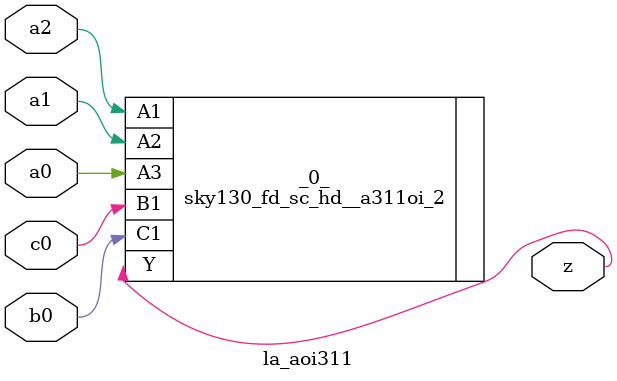
<source format=v>

module la_aoi311(a0, a1, a2, b0, c0, z);
  input a0;
  input a1;
  input a2;
  input b0;
  input c0;
  output z;
  sky130_fd_sc_hd__a311oi_2 _0_ (
    .A1(a2),
    .A2(a1),
    .A3(a0),
    .B1(c0),
    .C1(b0),
    .Y(z)
  );
endmodule

</source>
